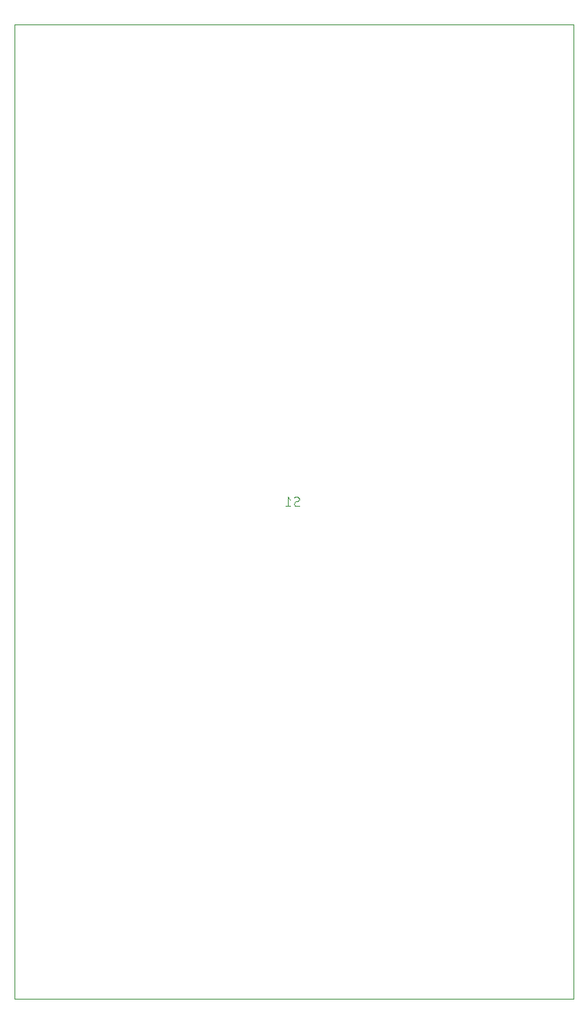
<source format=gbr>
%TF.GenerationSoftware,KiCad,Pcbnew,7.0.7*%
%TF.CreationDate,2024-02-25T20:38:01+01:00*%
%TF.ProjectId,TFT_tactil_screen,5446545f-7461-4637-9469-6c5f73637265,rev?*%
%TF.SameCoordinates,Original*%
%TF.FileFunction,Legend,Bot*%
%TF.FilePolarity,Positive*%
%FSLAX46Y46*%
G04 Gerber Fmt 4.6, Leading zero omitted, Abs format (unit mm)*
G04 Created by KiCad (PCBNEW 7.0.7) date 2024-02-25 20:38:01*
%MOMM*%
%LPD*%
G01*
G04 APERTURE LIST*
%ADD10C,0.100000*%
G04 APERTURE END LIST*
D10*
X66041904Y-89509800D02*
X65899047Y-89557419D01*
X65899047Y-89557419D02*
X65660952Y-89557419D01*
X65660952Y-89557419D02*
X65565714Y-89509800D01*
X65565714Y-89509800D02*
X65518095Y-89462180D01*
X65518095Y-89462180D02*
X65470476Y-89366942D01*
X65470476Y-89366942D02*
X65470476Y-89271704D01*
X65470476Y-89271704D02*
X65518095Y-89176466D01*
X65518095Y-89176466D02*
X65565714Y-89128847D01*
X65565714Y-89128847D02*
X65660952Y-89081228D01*
X65660952Y-89081228D02*
X65851428Y-89033609D01*
X65851428Y-89033609D02*
X65946666Y-88985990D01*
X65946666Y-88985990D02*
X65994285Y-88938371D01*
X65994285Y-88938371D02*
X66041904Y-88843133D01*
X66041904Y-88843133D02*
X66041904Y-88747895D01*
X66041904Y-88747895D02*
X65994285Y-88652657D01*
X65994285Y-88652657D02*
X65946666Y-88605038D01*
X65946666Y-88605038D02*
X65851428Y-88557419D01*
X65851428Y-88557419D02*
X65613333Y-88557419D01*
X65613333Y-88557419D02*
X65470476Y-88605038D01*
X64518095Y-89557419D02*
X65089523Y-89557419D01*
X64803809Y-89557419D02*
X64803809Y-88557419D01*
X64803809Y-88557419D02*
X64899047Y-88700276D01*
X64899047Y-88700276D02*
X64994285Y-88795514D01*
X64994285Y-88795514D02*
X65089523Y-88843133D01*
%TO.C,S1*%
X96480000Y-36200000D02*
X34480000Y-36200000D01*
X34480000Y-36200000D02*
X34480000Y-144200000D01*
X34480000Y-144200000D02*
X96480000Y-144200000D01*
X96480000Y-144200000D02*
X96480000Y-36200000D01*
%TD*%
M02*

</source>
